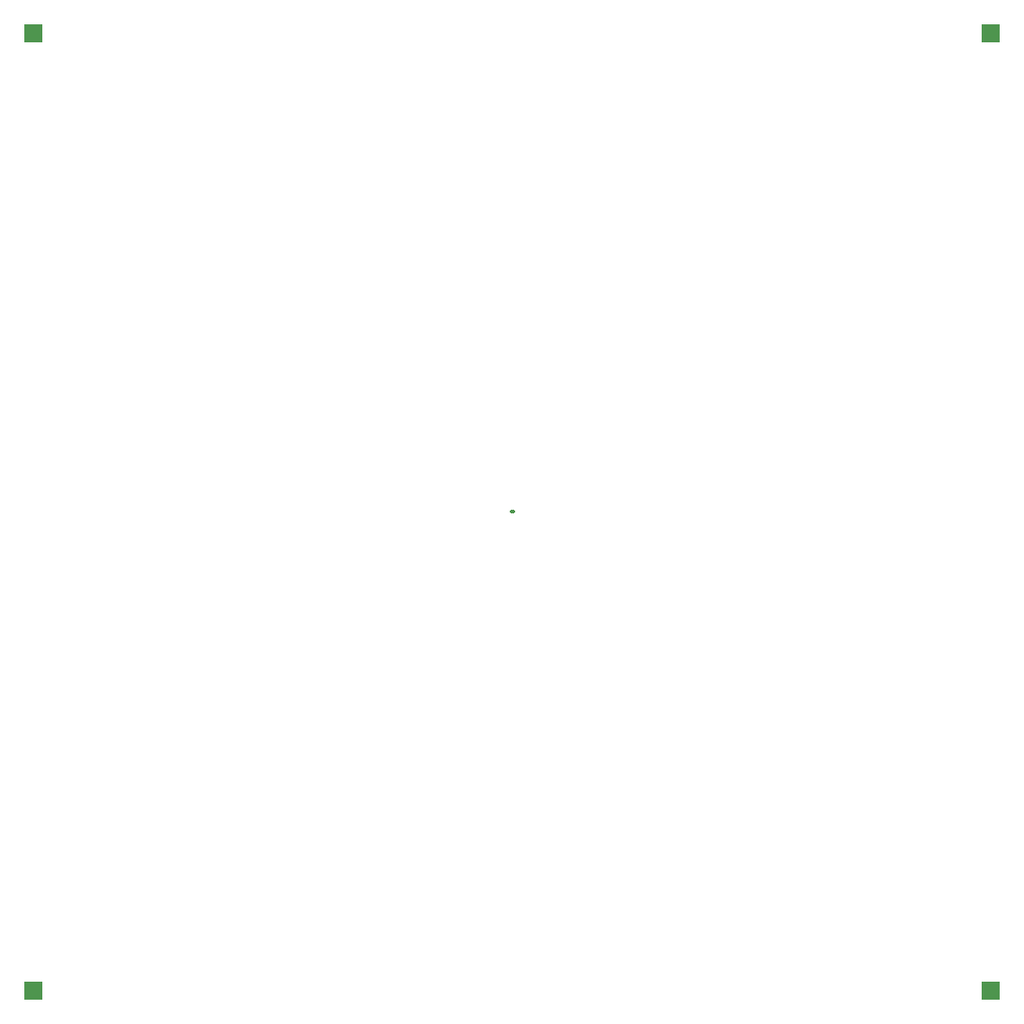
<source format=gbr>
%TF.GenerationSoftware,KiCad,Pcbnew,6.0.2+dfsg-1*%
%TF.CreationDate,2023-08-17T17:39:20-04:00*%
%TF.ProjectId,Tesla-Sec,5465736c-612d-4536-9563-2e6b69636164,rev?*%
%TF.SameCoordinates,Original*%
%TF.FileFunction,Soldermask,Top*%
%TF.FilePolarity,Negative*%
%FSLAX46Y46*%
G04 Gerber Fmt 4.6, Leading zero omitted, Abs format (unit mm)*
G04 Created by KiCad (PCBNEW 6.0.2+dfsg-1) date 2023-08-17 17:39:20*
%MOMM*%
%LPD*%
G01*
G04 APERTURE LIST*
G04 Aperture macros list*
%AMRoundRect*
0 Rectangle with rounded corners*
0 $1 Rounding radius*
0 $2 $3 $4 $5 $6 $7 $8 $9 X,Y pos of 4 corners*
0 Add a 4 corners polygon primitive as box body*
4,1,4,$2,$3,$4,$5,$6,$7,$8,$9,$2,$3,0*
0 Add four circle primitives for the rounded corners*
1,1,$1+$1,$2,$3*
1,1,$1+$1,$4,$5*
1,1,$1+$1,$6,$7*
1,1,$1+$1,$8,$9*
0 Add four rect primitives between the rounded corners*
20,1,$1+$1,$2,$3,$4,$5,0*
20,1,$1+$1,$4,$5,$6,$7,0*
20,1,$1+$1,$6,$7,$8,$9,0*
20,1,$1+$1,$8,$9,$2,$3,0*%
G04 Aperture macros list end*
%ADD10R,1.700000X1.700000*%
%ADD11RoundRect,0.100000X-0.130000X-0.100000X0.130000X-0.100000X0.130000X0.100000X-0.130000X0.100000X0*%
G04 APERTURE END LIST*
D10*
%TO.C,*%
X160000000Y-150000000D03*
%TD*%
%TO.C,*%
X70000000Y-150000000D03*
%TD*%
%TO.C,*%
X160000000Y-60000000D03*
%TD*%
%TO.C,*%
X70000000Y-60000000D03*
%TD*%
D11*
%TO.C,J1*%
X115000000Y-105000000D03*
%TD*%
M02*

</source>
